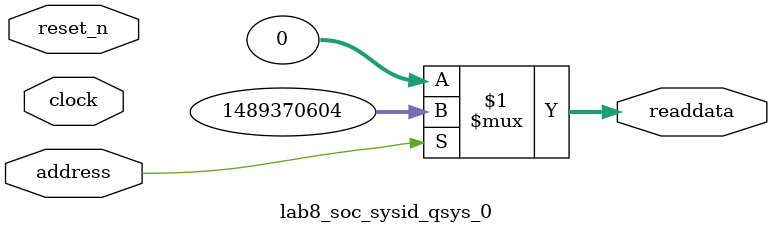
<source format=v>

`timescale 1ns / 1ps
// synthesis translate_on

// turn off superfluous verilog processor warnings 
// altera message_level Level1 
// altera message_off 10034 10035 10036 10037 10230 10240 10030 

module lab8_soc_sysid_qsys_0 (
               // inputs:
                address,
                clock,
                reset_n,

               // outputs:
                readdata
             )
;

  output  [ 31: 0] readdata;
  input            address;
  input            clock;
  input            reset_n;

  wire    [ 31: 0] readdata;
  //control_slave, which is an e_avalon_slave
  assign readdata = address ? 1489370604 : 0;

endmodule




</source>
